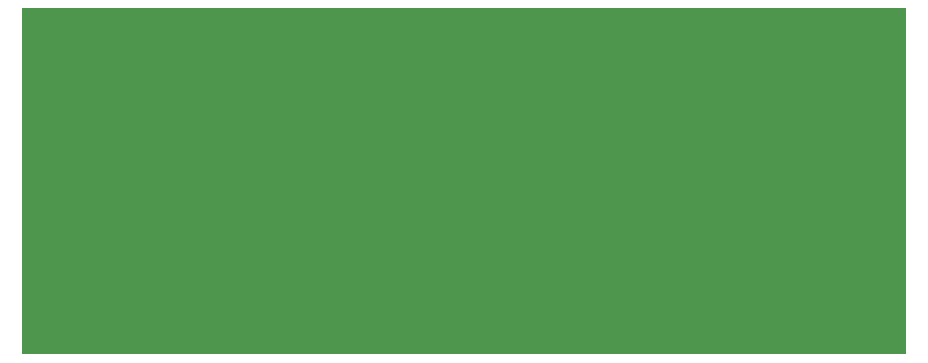
<source format=gbr>
G04 AWR Design Environment 17.04 *
G04 RS274-X Output Version 0.1 *
%FSLAX36Y36*%
%MOMM*%
%ADD10C,.010*%

%LPD*%
G36*
X13591000Y-13452000D02*
G01*
X-61230000D01*
Y15860000D01*
X13591000D01*
Y-13452000D01*
G37*
G04 End of Data *
M02*

</source>
